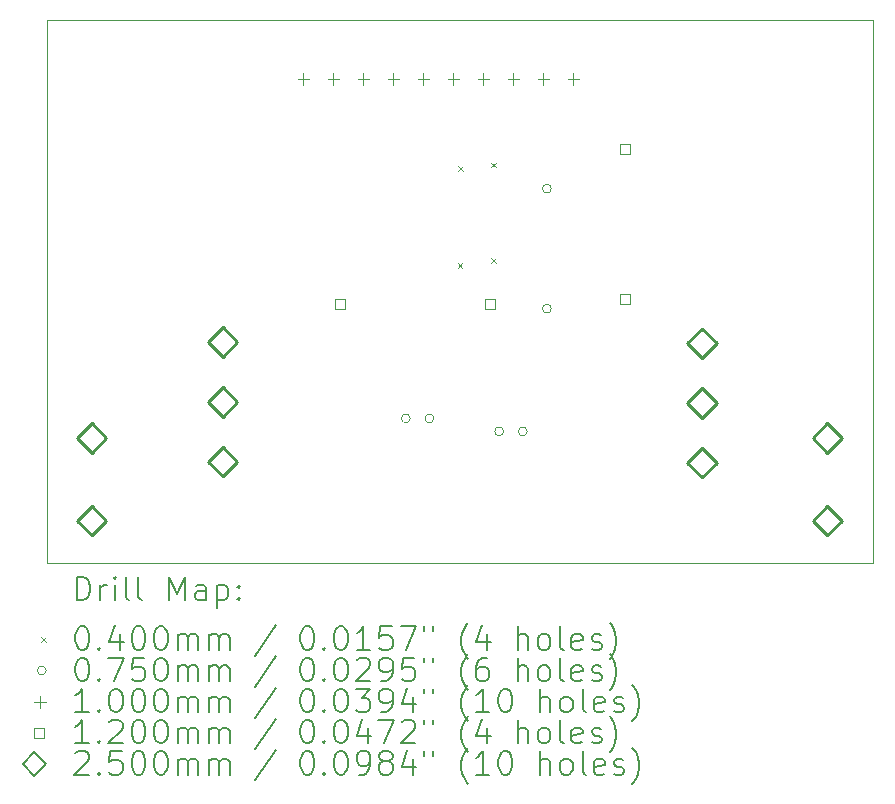
<source format=gbr>
%FSLAX45Y45*%
G04 Gerber Fmt 4.5, Leading zero omitted, Abs format (unit mm)*
G04 Created by KiCad (PCBNEW (6.0.5)) date 2022-05-10 18:56:44*
%MOMM*%
%LPD*%
G01*
G04 APERTURE LIST*
%TA.AperFunction,Profile*%
%ADD10C,0.100000*%
%TD*%
%ADD11C,0.200000*%
%ADD12C,0.040000*%
%ADD13C,0.075000*%
%ADD14C,0.100000*%
%ADD15C,0.120000*%
%ADD16C,0.250000*%
G04 APERTURE END LIST*
D10*
X11720000Y-7730000D02*
X18720000Y-7730000D01*
X18720000Y-7730000D02*
X18720000Y-12330000D01*
X18720000Y-12330000D02*
X11720000Y-12330000D01*
X11720000Y-12330000D02*
X11720000Y-7730000D01*
D11*
D12*
X15200000Y-9790000D02*
X15240000Y-9830000D01*
X15240000Y-9790000D02*
X15200000Y-9830000D01*
X15205000Y-8970000D02*
X15245000Y-9010000D01*
X15245000Y-8970000D02*
X15205000Y-9010000D01*
X15480000Y-9750000D02*
X15520000Y-9790000D01*
X15520000Y-9750000D02*
X15480000Y-9790000D01*
X15485000Y-8940000D02*
X15525000Y-8980000D01*
X15525000Y-8940000D02*
X15485000Y-8980000D01*
D13*
X14797500Y-11105000D02*
G75*
G03*
X14797500Y-11105000I-37500J0D01*
G01*
X14997500Y-11105000D02*
G75*
G03*
X14997500Y-11105000I-37500J0D01*
G01*
X15587500Y-11215000D02*
G75*
G03*
X15587500Y-11215000I-37500J0D01*
G01*
X15787500Y-11215000D02*
G75*
G03*
X15787500Y-11215000I-37500J0D01*
G01*
X15992500Y-9159500D02*
G75*
G03*
X15992500Y-9159500I-37500J0D01*
G01*
X15992500Y-10175500D02*
G75*
G03*
X15992500Y-10175500I-37500J0D01*
G01*
D14*
X13894000Y-8180000D02*
X13894000Y-8280000D01*
X13844000Y-8230000D02*
X13944000Y-8230000D01*
X14148000Y-8180000D02*
X14148000Y-8280000D01*
X14098000Y-8230000D02*
X14198000Y-8230000D01*
X14402000Y-8180000D02*
X14402000Y-8280000D01*
X14352000Y-8230000D02*
X14452000Y-8230000D01*
X14656000Y-8180000D02*
X14656000Y-8280000D01*
X14606000Y-8230000D02*
X14706000Y-8230000D01*
X14910000Y-8180000D02*
X14910000Y-8280000D01*
X14860000Y-8230000D02*
X14960000Y-8230000D01*
X15164000Y-8180000D02*
X15164000Y-8280000D01*
X15114000Y-8230000D02*
X15214000Y-8230000D01*
X15418000Y-8180000D02*
X15418000Y-8280000D01*
X15368000Y-8230000D02*
X15468000Y-8230000D01*
X15672000Y-8180000D02*
X15672000Y-8280000D01*
X15622000Y-8230000D02*
X15722000Y-8230000D01*
X15926000Y-8180000D02*
X15926000Y-8280000D01*
X15876000Y-8230000D02*
X15976000Y-8230000D01*
X16180000Y-8180000D02*
X16180000Y-8280000D01*
X16130000Y-8230000D02*
X16230000Y-8230000D01*
D15*
X14242427Y-10182427D02*
X14242427Y-10097573D01*
X14157573Y-10097573D01*
X14157573Y-10182427D01*
X14242427Y-10182427D01*
X15512427Y-10182427D02*
X15512427Y-10097573D01*
X15427573Y-10097573D01*
X15427573Y-10182427D01*
X15512427Y-10182427D01*
X16662427Y-8867427D02*
X16662427Y-8782573D01*
X16577573Y-8782573D01*
X16577573Y-8867427D01*
X16662427Y-8867427D01*
X16662427Y-10137427D02*
X16662427Y-10052573D01*
X16577573Y-10052573D01*
X16577573Y-10137427D01*
X16662427Y-10137427D01*
D16*
X12100000Y-11395000D02*
X12225000Y-11270000D01*
X12100000Y-11145000D01*
X11975000Y-11270000D01*
X12100000Y-11395000D01*
X12100000Y-12095000D02*
X12225000Y-11970000D01*
X12100000Y-11845000D01*
X11975000Y-11970000D01*
X12100000Y-12095000D01*
X13210000Y-10585000D02*
X13335000Y-10460000D01*
X13210000Y-10335000D01*
X13085000Y-10460000D01*
X13210000Y-10585000D01*
X13210000Y-11091200D02*
X13335000Y-10966200D01*
X13210000Y-10841200D01*
X13085000Y-10966200D01*
X13210000Y-11091200D01*
X13210000Y-11595000D02*
X13335000Y-11470000D01*
X13210000Y-11345000D01*
X13085000Y-11470000D01*
X13210000Y-11595000D01*
X17270000Y-10595000D02*
X17395000Y-10470000D01*
X17270000Y-10345000D01*
X17145000Y-10470000D01*
X17270000Y-10595000D01*
X17270000Y-11101200D02*
X17395000Y-10976200D01*
X17270000Y-10851200D01*
X17145000Y-10976200D01*
X17270000Y-11101200D01*
X17270000Y-11605000D02*
X17395000Y-11480000D01*
X17270000Y-11355000D01*
X17145000Y-11480000D01*
X17270000Y-11605000D01*
X18330000Y-11395000D02*
X18455000Y-11270000D01*
X18330000Y-11145000D01*
X18205000Y-11270000D01*
X18330000Y-11395000D01*
X18330000Y-12095000D02*
X18455000Y-11970000D01*
X18330000Y-11845000D01*
X18205000Y-11970000D01*
X18330000Y-12095000D01*
D11*
X11972619Y-12645476D02*
X11972619Y-12445476D01*
X12020238Y-12445476D01*
X12048809Y-12455000D01*
X12067857Y-12474048D01*
X12077381Y-12493095D01*
X12086905Y-12531190D01*
X12086905Y-12559762D01*
X12077381Y-12597857D01*
X12067857Y-12616905D01*
X12048809Y-12635952D01*
X12020238Y-12645476D01*
X11972619Y-12645476D01*
X12172619Y-12645476D02*
X12172619Y-12512143D01*
X12172619Y-12550238D02*
X12182143Y-12531190D01*
X12191667Y-12521667D01*
X12210714Y-12512143D01*
X12229762Y-12512143D01*
X12296428Y-12645476D02*
X12296428Y-12512143D01*
X12296428Y-12445476D02*
X12286905Y-12455000D01*
X12296428Y-12464524D01*
X12305952Y-12455000D01*
X12296428Y-12445476D01*
X12296428Y-12464524D01*
X12420238Y-12645476D02*
X12401190Y-12635952D01*
X12391667Y-12616905D01*
X12391667Y-12445476D01*
X12525000Y-12645476D02*
X12505952Y-12635952D01*
X12496428Y-12616905D01*
X12496428Y-12445476D01*
X12753571Y-12645476D02*
X12753571Y-12445476D01*
X12820238Y-12588333D01*
X12886905Y-12445476D01*
X12886905Y-12645476D01*
X13067857Y-12645476D02*
X13067857Y-12540714D01*
X13058333Y-12521667D01*
X13039286Y-12512143D01*
X13001190Y-12512143D01*
X12982143Y-12521667D01*
X13067857Y-12635952D02*
X13048809Y-12645476D01*
X13001190Y-12645476D01*
X12982143Y-12635952D01*
X12972619Y-12616905D01*
X12972619Y-12597857D01*
X12982143Y-12578809D01*
X13001190Y-12569286D01*
X13048809Y-12569286D01*
X13067857Y-12559762D01*
X13163095Y-12512143D02*
X13163095Y-12712143D01*
X13163095Y-12521667D02*
X13182143Y-12512143D01*
X13220238Y-12512143D01*
X13239286Y-12521667D01*
X13248809Y-12531190D01*
X13258333Y-12550238D01*
X13258333Y-12607381D01*
X13248809Y-12626428D01*
X13239286Y-12635952D01*
X13220238Y-12645476D01*
X13182143Y-12645476D01*
X13163095Y-12635952D01*
X13344048Y-12626428D02*
X13353571Y-12635952D01*
X13344048Y-12645476D01*
X13334524Y-12635952D01*
X13344048Y-12626428D01*
X13344048Y-12645476D01*
X13344048Y-12521667D02*
X13353571Y-12531190D01*
X13344048Y-12540714D01*
X13334524Y-12531190D01*
X13344048Y-12521667D01*
X13344048Y-12540714D01*
D12*
X11675000Y-12955000D02*
X11715000Y-12995000D01*
X11715000Y-12955000D02*
X11675000Y-12995000D01*
D11*
X12010714Y-12865476D02*
X12029762Y-12865476D01*
X12048809Y-12875000D01*
X12058333Y-12884524D01*
X12067857Y-12903571D01*
X12077381Y-12941667D01*
X12077381Y-12989286D01*
X12067857Y-13027381D01*
X12058333Y-13046428D01*
X12048809Y-13055952D01*
X12029762Y-13065476D01*
X12010714Y-13065476D01*
X11991667Y-13055952D01*
X11982143Y-13046428D01*
X11972619Y-13027381D01*
X11963095Y-12989286D01*
X11963095Y-12941667D01*
X11972619Y-12903571D01*
X11982143Y-12884524D01*
X11991667Y-12875000D01*
X12010714Y-12865476D01*
X12163095Y-13046428D02*
X12172619Y-13055952D01*
X12163095Y-13065476D01*
X12153571Y-13055952D01*
X12163095Y-13046428D01*
X12163095Y-13065476D01*
X12344048Y-12932143D02*
X12344048Y-13065476D01*
X12296428Y-12855952D02*
X12248809Y-12998809D01*
X12372619Y-12998809D01*
X12486905Y-12865476D02*
X12505952Y-12865476D01*
X12525000Y-12875000D01*
X12534524Y-12884524D01*
X12544048Y-12903571D01*
X12553571Y-12941667D01*
X12553571Y-12989286D01*
X12544048Y-13027381D01*
X12534524Y-13046428D01*
X12525000Y-13055952D01*
X12505952Y-13065476D01*
X12486905Y-13065476D01*
X12467857Y-13055952D01*
X12458333Y-13046428D01*
X12448809Y-13027381D01*
X12439286Y-12989286D01*
X12439286Y-12941667D01*
X12448809Y-12903571D01*
X12458333Y-12884524D01*
X12467857Y-12875000D01*
X12486905Y-12865476D01*
X12677381Y-12865476D02*
X12696428Y-12865476D01*
X12715476Y-12875000D01*
X12725000Y-12884524D01*
X12734524Y-12903571D01*
X12744048Y-12941667D01*
X12744048Y-12989286D01*
X12734524Y-13027381D01*
X12725000Y-13046428D01*
X12715476Y-13055952D01*
X12696428Y-13065476D01*
X12677381Y-13065476D01*
X12658333Y-13055952D01*
X12648809Y-13046428D01*
X12639286Y-13027381D01*
X12629762Y-12989286D01*
X12629762Y-12941667D01*
X12639286Y-12903571D01*
X12648809Y-12884524D01*
X12658333Y-12875000D01*
X12677381Y-12865476D01*
X12829762Y-13065476D02*
X12829762Y-12932143D01*
X12829762Y-12951190D02*
X12839286Y-12941667D01*
X12858333Y-12932143D01*
X12886905Y-12932143D01*
X12905952Y-12941667D01*
X12915476Y-12960714D01*
X12915476Y-13065476D01*
X12915476Y-12960714D02*
X12925000Y-12941667D01*
X12944048Y-12932143D01*
X12972619Y-12932143D01*
X12991667Y-12941667D01*
X13001190Y-12960714D01*
X13001190Y-13065476D01*
X13096428Y-13065476D02*
X13096428Y-12932143D01*
X13096428Y-12951190D02*
X13105952Y-12941667D01*
X13125000Y-12932143D01*
X13153571Y-12932143D01*
X13172619Y-12941667D01*
X13182143Y-12960714D01*
X13182143Y-13065476D01*
X13182143Y-12960714D02*
X13191667Y-12941667D01*
X13210714Y-12932143D01*
X13239286Y-12932143D01*
X13258333Y-12941667D01*
X13267857Y-12960714D01*
X13267857Y-13065476D01*
X13658333Y-12855952D02*
X13486905Y-13113095D01*
X13915476Y-12865476D02*
X13934524Y-12865476D01*
X13953571Y-12875000D01*
X13963095Y-12884524D01*
X13972619Y-12903571D01*
X13982143Y-12941667D01*
X13982143Y-12989286D01*
X13972619Y-13027381D01*
X13963095Y-13046428D01*
X13953571Y-13055952D01*
X13934524Y-13065476D01*
X13915476Y-13065476D01*
X13896428Y-13055952D01*
X13886905Y-13046428D01*
X13877381Y-13027381D01*
X13867857Y-12989286D01*
X13867857Y-12941667D01*
X13877381Y-12903571D01*
X13886905Y-12884524D01*
X13896428Y-12875000D01*
X13915476Y-12865476D01*
X14067857Y-13046428D02*
X14077381Y-13055952D01*
X14067857Y-13065476D01*
X14058333Y-13055952D01*
X14067857Y-13046428D01*
X14067857Y-13065476D01*
X14201190Y-12865476D02*
X14220238Y-12865476D01*
X14239286Y-12875000D01*
X14248809Y-12884524D01*
X14258333Y-12903571D01*
X14267857Y-12941667D01*
X14267857Y-12989286D01*
X14258333Y-13027381D01*
X14248809Y-13046428D01*
X14239286Y-13055952D01*
X14220238Y-13065476D01*
X14201190Y-13065476D01*
X14182143Y-13055952D01*
X14172619Y-13046428D01*
X14163095Y-13027381D01*
X14153571Y-12989286D01*
X14153571Y-12941667D01*
X14163095Y-12903571D01*
X14172619Y-12884524D01*
X14182143Y-12875000D01*
X14201190Y-12865476D01*
X14458333Y-13065476D02*
X14344048Y-13065476D01*
X14401190Y-13065476D02*
X14401190Y-12865476D01*
X14382143Y-12894048D01*
X14363095Y-12913095D01*
X14344048Y-12922619D01*
X14639286Y-12865476D02*
X14544048Y-12865476D01*
X14534524Y-12960714D01*
X14544048Y-12951190D01*
X14563095Y-12941667D01*
X14610714Y-12941667D01*
X14629762Y-12951190D01*
X14639286Y-12960714D01*
X14648809Y-12979762D01*
X14648809Y-13027381D01*
X14639286Y-13046428D01*
X14629762Y-13055952D01*
X14610714Y-13065476D01*
X14563095Y-13065476D01*
X14544048Y-13055952D01*
X14534524Y-13046428D01*
X14715476Y-12865476D02*
X14848809Y-12865476D01*
X14763095Y-13065476D01*
X14915476Y-12865476D02*
X14915476Y-12903571D01*
X14991667Y-12865476D02*
X14991667Y-12903571D01*
X15286905Y-13141667D02*
X15277381Y-13132143D01*
X15258333Y-13103571D01*
X15248809Y-13084524D01*
X15239286Y-13055952D01*
X15229762Y-13008333D01*
X15229762Y-12970238D01*
X15239286Y-12922619D01*
X15248809Y-12894048D01*
X15258333Y-12875000D01*
X15277381Y-12846428D01*
X15286905Y-12836905D01*
X15448809Y-12932143D02*
X15448809Y-13065476D01*
X15401190Y-12855952D02*
X15353571Y-12998809D01*
X15477381Y-12998809D01*
X15705952Y-13065476D02*
X15705952Y-12865476D01*
X15791667Y-13065476D02*
X15791667Y-12960714D01*
X15782143Y-12941667D01*
X15763095Y-12932143D01*
X15734524Y-12932143D01*
X15715476Y-12941667D01*
X15705952Y-12951190D01*
X15915476Y-13065476D02*
X15896428Y-13055952D01*
X15886905Y-13046428D01*
X15877381Y-13027381D01*
X15877381Y-12970238D01*
X15886905Y-12951190D01*
X15896428Y-12941667D01*
X15915476Y-12932143D01*
X15944048Y-12932143D01*
X15963095Y-12941667D01*
X15972619Y-12951190D01*
X15982143Y-12970238D01*
X15982143Y-13027381D01*
X15972619Y-13046428D01*
X15963095Y-13055952D01*
X15944048Y-13065476D01*
X15915476Y-13065476D01*
X16096428Y-13065476D02*
X16077381Y-13055952D01*
X16067857Y-13036905D01*
X16067857Y-12865476D01*
X16248809Y-13055952D02*
X16229762Y-13065476D01*
X16191667Y-13065476D01*
X16172619Y-13055952D01*
X16163095Y-13036905D01*
X16163095Y-12960714D01*
X16172619Y-12941667D01*
X16191667Y-12932143D01*
X16229762Y-12932143D01*
X16248809Y-12941667D01*
X16258333Y-12960714D01*
X16258333Y-12979762D01*
X16163095Y-12998809D01*
X16334524Y-13055952D02*
X16353571Y-13065476D01*
X16391667Y-13065476D01*
X16410714Y-13055952D01*
X16420238Y-13036905D01*
X16420238Y-13027381D01*
X16410714Y-13008333D01*
X16391667Y-12998809D01*
X16363095Y-12998809D01*
X16344048Y-12989286D01*
X16334524Y-12970238D01*
X16334524Y-12960714D01*
X16344048Y-12941667D01*
X16363095Y-12932143D01*
X16391667Y-12932143D01*
X16410714Y-12941667D01*
X16486905Y-13141667D02*
X16496428Y-13132143D01*
X16515476Y-13103571D01*
X16525000Y-13084524D01*
X16534524Y-13055952D01*
X16544048Y-13008333D01*
X16544048Y-12970238D01*
X16534524Y-12922619D01*
X16525000Y-12894048D01*
X16515476Y-12875000D01*
X16496428Y-12846428D01*
X16486905Y-12836905D01*
D13*
X11715000Y-13239000D02*
G75*
G03*
X11715000Y-13239000I-37500J0D01*
G01*
D11*
X12010714Y-13129476D02*
X12029762Y-13129476D01*
X12048809Y-13139000D01*
X12058333Y-13148524D01*
X12067857Y-13167571D01*
X12077381Y-13205667D01*
X12077381Y-13253286D01*
X12067857Y-13291381D01*
X12058333Y-13310428D01*
X12048809Y-13319952D01*
X12029762Y-13329476D01*
X12010714Y-13329476D01*
X11991667Y-13319952D01*
X11982143Y-13310428D01*
X11972619Y-13291381D01*
X11963095Y-13253286D01*
X11963095Y-13205667D01*
X11972619Y-13167571D01*
X11982143Y-13148524D01*
X11991667Y-13139000D01*
X12010714Y-13129476D01*
X12163095Y-13310428D02*
X12172619Y-13319952D01*
X12163095Y-13329476D01*
X12153571Y-13319952D01*
X12163095Y-13310428D01*
X12163095Y-13329476D01*
X12239286Y-13129476D02*
X12372619Y-13129476D01*
X12286905Y-13329476D01*
X12544048Y-13129476D02*
X12448809Y-13129476D01*
X12439286Y-13224714D01*
X12448809Y-13215190D01*
X12467857Y-13205667D01*
X12515476Y-13205667D01*
X12534524Y-13215190D01*
X12544048Y-13224714D01*
X12553571Y-13243762D01*
X12553571Y-13291381D01*
X12544048Y-13310428D01*
X12534524Y-13319952D01*
X12515476Y-13329476D01*
X12467857Y-13329476D01*
X12448809Y-13319952D01*
X12439286Y-13310428D01*
X12677381Y-13129476D02*
X12696428Y-13129476D01*
X12715476Y-13139000D01*
X12725000Y-13148524D01*
X12734524Y-13167571D01*
X12744048Y-13205667D01*
X12744048Y-13253286D01*
X12734524Y-13291381D01*
X12725000Y-13310428D01*
X12715476Y-13319952D01*
X12696428Y-13329476D01*
X12677381Y-13329476D01*
X12658333Y-13319952D01*
X12648809Y-13310428D01*
X12639286Y-13291381D01*
X12629762Y-13253286D01*
X12629762Y-13205667D01*
X12639286Y-13167571D01*
X12648809Y-13148524D01*
X12658333Y-13139000D01*
X12677381Y-13129476D01*
X12829762Y-13329476D02*
X12829762Y-13196143D01*
X12829762Y-13215190D02*
X12839286Y-13205667D01*
X12858333Y-13196143D01*
X12886905Y-13196143D01*
X12905952Y-13205667D01*
X12915476Y-13224714D01*
X12915476Y-13329476D01*
X12915476Y-13224714D02*
X12925000Y-13205667D01*
X12944048Y-13196143D01*
X12972619Y-13196143D01*
X12991667Y-13205667D01*
X13001190Y-13224714D01*
X13001190Y-13329476D01*
X13096428Y-13329476D02*
X13096428Y-13196143D01*
X13096428Y-13215190D02*
X13105952Y-13205667D01*
X13125000Y-13196143D01*
X13153571Y-13196143D01*
X13172619Y-13205667D01*
X13182143Y-13224714D01*
X13182143Y-13329476D01*
X13182143Y-13224714D02*
X13191667Y-13205667D01*
X13210714Y-13196143D01*
X13239286Y-13196143D01*
X13258333Y-13205667D01*
X13267857Y-13224714D01*
X13267857Y-13329476D01*
X13658333Y-13119952D02*
X13486905Y-13377095D01*
X13915476Y-13129476D02*
X13934524Y-13129476D01*
X13953571Y-13139000D01*
X13963095Y-13148524D01*
X13972619Y-13167571D01*
X13982143Y-13205667D01*
X13982143Y-13253286D01*
X13972619Y-13291381D01*
X13963095Y-13310428D01*
X13953571Y-13319952D01*
X13934524Y-13329476D01*
X13915476Y-13329476D01*
X13896428Y-13319952D01*
X13886905Y-13310428D01*
X13877381Y-13291381D01*
X13867857Y-13253286D01*
X13867857Y-13205667D01*
X13877381Y-13167571D01*
X13886905Y-13148524D01*
X13896428Y-13139000D01*
X13915476Y-13129476D01*
X14067857Y-13310428D02*
X14077381Y-13319952D01*
X14067857Y-13329476D01*
X14058333Y-13319952D01*
X14067857Y-13310428D01*
X14067857Y-13329476D01*
X14201190Y-13129476D02*
X14220238Y-13129476D01*
X14239286Y-13139000D01*
X14248809Y-13148524D01*
X14258333Y-13167571D01*
X14267857Y-13205667D01*
X14267857Y-13253286D01*
X14258333Y-13291381D01*
X14248809Y-13310428D01*
X14239286Y-13319952D01*
X14220238Y-13329476D01*
X14201190Y-13329476D01*
X14182143Y-13319952D01*
X14172619Y-13310428D01*
X14163095Y-13291381D01*
X14153571Y-13253286D01*
X14153571Y-13205667D01*
X14163095Y-13167571D01*
X14172619Y-13148524D01*
X14182143Y-13139000D01*
X14201190Y-13129476D01*
X14344048Y-13148524D02*
X14353571Y-13139000D01*
X14372619Y-13129476D01*
X14420238Y-13129476D01*
X14439286Y-13139000D01*
X14448809Y-13148524D01*
X14458333Y-13167571D01*
X14458333Y-13186619D01*
X14448809Y-13215190D01*
X14334524Y-13329476D01*
X14458333Y-13329476D01*
X14553571Y-13329476D02*
X14591667Y-13329476D01*
X14610714Y-13319952D01*
X14620238Y-13310428D01*
X14639286Y-13281857D01*
X14648809Y-13243762D01*
X14648809Y-13167571D01*
X14639286Y-13148524D01*
X14629762Y-13139000D01*
X14610714Y-13129476D01*
X14572619Y-13129476D01*
X14553571Y-13139000D01*
X14544048Y-13148524D01*
X14534524Y-13167571D01*
X14534524Y-13215190D01*
X14544048Y-13234238D01*
X14553571Y-13243762D01*
X14572619Y-13253286D01*
X14610714Y-13253286D01*
X14629762Y-13243762D01*
X14639286Y-13234238D01*
X14648809Y-13215190D01*
X14829762Y-13129476D02*
X14734524Y-13129476D01*
X14725000Y-13224714D01*
X14734524Y-13215190D01*
X14753571Y-13205667D01*
X14801190Y-13205667D01*
X14820238Y-13215190D01*
X14829762Y-13224714D01*
X14839286Y-13243762D01*
X14839286Y-13291381D01*
X14829762Y-13310428D01*
X14820238Y-13319952D01*
X14801190Y-13329476D01*
X14753571Y-13329476D01*
X14734524Y-13319952D01*
X14725000Y-13310428D01*
X14915476Y-13129476D02*
X14915476Y-13167571D01*
X14991667Y-13129476D02*
X14991667Y-13167571D01*
X15286905Y-13405667D02*
X15277381Y-13396143D01*
X15258333Y-13367571D01*
X15248809Y-13348524D01*
X15239286Y-13319952D01*
X15229762Y-13272333D01*
X15229762Y-13234238D01*
X15239286Y-13186619D01*
X15248809Y-13158048D01*
X15258333Y-13139000D01*
X15277381Y-13110428D01*
X15286905Y-13100905D01*
X15448809Y-13129476D02*
X15410714Y-13129476D01*
X15391667Y-13139000D01*
X15382143Y-13148524D01*
X15363095Y-13177095D01*
X15353571Y-13215190D01*
X15353571Y-13291381D01*
X15363095Y-13310428D01*
X15372619Y-13319952D01*
X15391667Y-13329476D01*
X15429762Y-13329476D01*
X15448809Y-13319952D01*
X15458333Y-13310428D01*
X15467857Y-13291381D01*
X15467857Y-13243762D01*
X15458333Y-13224714D01*
X15448809Y-13215190D01*
X15429762Y-13205667D01*
X15391667Y-13205667D01*
X15372619Y-13215190D01*
X15363095Y-13224714D01*
X15353571Y-13243762D01*
X15705952Y-13329476D02*
X15705952Y-13129476D01*
X15791667Y-13329476D02*
X15791667Y-13224714D01*
X15782143Y-13205667D01*
X15763095Y-13196143D01*
X15734524Y-13196143D01*
X15715476Y-13205667D01*
X15705952Y-13215190D01*
X15915476Y-13329476D02*
X15896428Y-13319952D01*
X15886905Y-13310428D01*
X15877381Y-13291381D01*
X15877381Y-13234238D01*
X15886905Y-13215190D01*
X15896428Y-13205667D01*
X15915476Y-13196143D01*
X15944048Y-13196143D01*
X15963095Y-13205667D01*
X15972619Y-13215190D01*
X15982143Y-13234238D01*
X15982143Y-13291381D01*
X15972619Y-13310428D01*
X15963095Y-13319952D01*
X15944048Y-13329476D01*
X15915476Y-13329476D01*
X16096428Y-13329476D02*
X16077381Y-13319952D01*
X16067857Y-13300905D01*
X16067857Y-13129476D01*
X16248809Y-13319952D02*
X16229762Y-13329476D01*
X16191667Y-13329476D01*
X16172619Y-13319952D01*
X16163095Y-13300905D01*
X16163095Y-13224714D01*
X16172619Y-13205667D01*
X16191667Y-13196143D01*
X16229762Y-13196143D01*
X16248809Y-13205667D01*
X16258333Y-13224714D01*
X16258333Y-13243762D01*
X16163095Y-13262809D01*
X16334524Y-13319952D02*
X16353571Y-13329476D01*
X16391667Y-13329476D01*
X16410714Y-13319952D01*
X16420238Y-13300905D01*
X16420238Y-13291381D01*
X16410714Y-13272333D01*
X16391667Y-13262809D01*
X16363095Y-13262809D01*
X16344048Y-13253286D01*
X16334524Y-13234238D01*
X16334524Y-13224714D01*
X16344048Y-13205667D01*
X16363095Y-13196143D01*
X16391667Y-13196143D01*
X16410714Y-13205667D01*
X16486905Y-13405667D02*
X16496428Y-13396143D01*
X16515476Y-13367571D01*
X16525000Y-13348524D01*
X16534524Y-13319952D01*
X16544048Y-13272333D01*
X16544048Y-13234238D01*
X16534524Y-13186619D01*
X16525000Y-13158048D01*
X16515476Y-13139000D01*
X16496428Y-13110428D01*
X16486905Y-13100905D01*
D14*
X11665000Y-13453000D02*
X11665000Y-13553000D01*
X11615000Y-13503000D02*
X11715000Y-13503000D01*
D11*
X12077381Y-13593476D02*
X11963095Y-13593476D01*
X12020238Y-13593476D02*
X12020238Y-13393476D01*
X12001190Y-13422048D01*
X11982143Y-13441095D01*
X11963095Y-13450619D01*
X12163095Y-13574428D02*
X12172619Y-13583952D01*
X12163095Y-13593476D01*
X12153571Y-13583952D01*
X12163095Y-13574428D01*
X12163095Y-13593476D01*
X12296428Y-13393476D02*
X12315476Y-13393476D01*
X12334524Y-13403000D01*
X12344048Y-13412524D01*
X12353571Y-13431571D01*
X12363095Y-13469667D01*
X12363095Y-13517286D01*
X12353571Y-13555381D01*
X12344048Y-13574428D01*
X12334524Y-13583952D01*
X12315476Y-13593476D01*
X12296428Y-13593476D01*
X12277381Y-13583952D01*
X12267857Y-13574428D01*
X12258333Y-13555381D01*
X12248809Y-13517286D01*
X12248809Y-13469667D01*
X12258333Y-13431571D01*
X12267857Y-13412524D01*
X12277381Y-13403000D01*
X12296428Y-13393476D01*
X12486905Y-13393476D02*
X12505952Y-13393476D01*
X12525000Y-13403000D01*
X12534524Y-13412524D01*
X12544048Y-13431571D01*
X12553571Y-13469667D01*
X12553571Y-13517286D01*
X12544048Y-13555381D01*
X12534524Y-13574428D01*
X12525000Y-13583952D01*
X12505952Y-13593476D01*
X12486905Y-13593476D01*
X12467857Y-13583952D01*
X12458333Y-13574428D01*
X12448809Y-13555381D01*
X12439286Y-13517286D01*
X12439286Y-13469667D01*
X12448809Y-13431571D01*
X12458333Y-13412524D01*
X12467857Y-13403000D01*
X12486905Y-13393476D01*
X12677381Y-13393476D02*
X12696428Y-13393476D01*
X12715476Y-13403000D01*
X12725000Y-13412524D01*
X12734524Y-13431571D01*
X12744048Y-13469667D01*
X12744048Y-13517286D01*
X12734524Y-13555381D01*
X12725000Y-13574428D01*
X12715476Y-13583952D01*
X12696428Y-13593476D01*
X12677381Y-13593476D01*
X12658333Y-13583952D01*
X12648809Y-13574428D01*
X12639286Y-13555381D01*
X12629762Y-13517286D01*
X12629762Y-13469667D01*
X12639286Y-13431571D01*
X12648809Y-13412524D01*
X12658333Y-13403000D01*
X12677381Y-13393476D01*
X12829762Y-13593476D02*
X12829762Y-13460143D01*
X12829762Y-13479190D02*
X12839286Y-13469667D01*
X12858333Y-13460143D01*
X12886905Y-13460143D01*
X12905952Y-13469667D01*
X12915476Y-13488714D01*
X12915476Y-13593476D01*
X12915476Y-13488714D02*
X12925000Y-13469667D01*
X12944048Y-13460143D01*
X12972619Y-13460143D01*
X12991667Y-13469667D01*
X13001190Y-13488714D01*
X13001190Y-13593476D01*
X13096428Y-13593476D02*
X13096428Y-13460143D01*
X13096428Y-13479190D02*
X13105952Y-13469667D01*
X13125000Y-13460143D01*
X13153571Y-13460143D01*
X13172619Y-13469667D01*
X13182143Y-13488714D01*
X13182143Y-13593476D01*
X13182143Y-13488714D02*
X13191667Y-13469667D01*
X13210714Y-13460143D01*
X13239286Y-13460143D01*
X13258333Y-13469667D01*
X13267857Y-13488714D01*
X13267857Y-13593476D01*
X13658333Y-13383952D02*
X13486905Y-13641095D01*
X13915476Y-13393476D02*
X13934524Y-13393476D01*
X13953571Y-13403000D01*
X13963095Y-13412524D01*
X13972619Y-13431571D01*
X13982143Y-13469667D01*
X13982143Y-13517286D01*
X13972619Y-13555381D01*
X13963095Y-13574428D01*
X13953571Y-13583952D01*
X13934524Y-13593476D01*
X13915476Y-13593476D01*
X13896428Y-13583952D01*
X13886905Y-13574428D01*
X13877381Y-13555381D01*
X13867857Y-13517286D01*
X13867857Y-13469667D01*
X13877381Y-13431571D01*
X13886905Y-13412524D01*
X13896428Y-13403000D01*
X13915476Y-13393476D01*
X14067857Y-13574428D02*
X14077381Y-13583952D01*
X14067857Y-13593476D01*
X14058333Y-13583952D01*
X14067857Y-13574428D01*
X14067857Y-13593476D01*
X14201190Y-13393476D02*
X14220238Y-13393476D01*
X14239286Y-13403000D01*
X14248809Y-13412524D01*
X14258333Y-13431571D01*
X14267857Y-13469667D01*
X14267857Y-13517286D01*
X14258333Y-13555381D01*
X14248809Y-13574428D01*
X14239286Y-13583952D01*
X14220238Y-13593476D01*
X14201190Y-13593476D01*
X14182143Y-13583952D01*
X14172619Y-13574428D01*
X14163095Y-13555381D01*
X14153571Y-13517286D01*
X14153571Y-13469667D01*
X14163095Y-13431571D01*
X14172619Y-13412524D01*
X14182143Y-13403000D01*
X14201190Y-13393476D01*
X14334524Y-13393476D02*
X14458333Y-13393476D01*
X14391667Y-13469667D01*
X14420238Y-13469667D01*
X14439286Y-13479190D01*
X14448809Y-13488714D01*
X14458333Y-13507762D01*
X14458333Y-13555381D01*
X14448809Y-13574428D01*
X14439286Y-13583952D01*
X14420238Y-13593476D01*
X14363095Y-13593476D01*
X14344048Y-13583952D01*
X14334524Y-13574428D01*
X14553571Y-13593476D02*
X14591667Y-13593476D01*
X14610714Y-13583952D01*
X14620238Y-13574428D01*
X14639286Y-13545857D01*
X14648809Y-13507762D01*
X14648809Y-13431571D01*
X14639286Y-13412524D01*
X14629762Y-13403000D01*
X14610714Y-13393476D01*
X14572619Y-13393476D01*
X14553571Y-13403000D01*
X14544048Y-13412524D01*
X14534524Y-13431571D01*
X14534524Y-13479190D01*
X14544048Y-13498238D01*
X14553571Y-13507762D01*
X14572619Y-13517286D01*
X14610714Y-13517286D01*
X14629762Y-13507762D01*
X14639286Y-13498238D01*
X14648809Y-13479190D01*
X14820238Y-13460143D02*
X14820238Y-13593476D01*
X14772619Y-13383952D02*
X14725000Y-13526809D01*
X14848809Y-13526809D01*
X14915476Y-13393476D02*
X14915476Y-13431571D01*
X14991667Y-13393476D02*
X14991667Y-13431571D01*
X15286905Y-13669667D02*
X15277381Y-13660143D01*
X15258333Y-13631571D01*
X15248809Y-13612524D01*
X15239286Y-13583952D01*
X15229762Y-13536333D01*
X15229762Y-13498238D01*
X15239286Y-13450619D01*
X15248809Y-13422048D01*
X15258333Y-13403000D01*
X15277381Y-13374428D01*
X15286905Y-13364905D01*
X15467857Y-13593476D02*
X15353571Y-13593476D01*
X15410714Y-13593476D02*
X15410714Y-13393476D01*
X15391667Y-13422048D01*
X15372619Y-13441095D01*
X15353571Y-13450619D01*
X15591667Y-13393476D02*
X15610714Y-13393476D01*
X15629762Y-13403000D01*
X15639286Y-13412524D01*
X15648809Y-13431571D01*
X15658333Y-13469667D01*
X15658333Y-13517286D01*
X15648809Y-13555381D01*
X15639286Y-13574428D01*
X15629762Y-13583952D01*
X15610714Y-13593476D01*
X15591667Y-13593476D01*
X15572619Y-13583952D01*
X15563095Y-13574428D01*
X15553571Y-13555381D01*
X15544048Y-13517286D01*
X15544048Y-13469667D01*
X15553571Y-13431571D01*
X15563095Y-13412524D01*
X15572619Y-13403000D01*
X15591667Y-13393476D01*
X15896428Y-13593476D02*
X15896428Y-13393476D01*
X15982143Y-13593476D02*
X15982143Y-13488714D01*
X15972619Y-13469667D01*
X15953571Y-13460143D01*
X15925000Y-13460143D01*
X15905952Y-13469667D01*
X15896428Y-13479190D01*
X16105952Y-13593476D02*
X16086905Y-13583952D01*
X16077381Y-13574428D01*
X16067857Y-13555381D01*
X16067857Y-13498238D01*
X16077381Y-13479190D01*
X16086905Y-13469667D01*
X16105952Y-13460143D01*
X16134524Y-13460143D01*
X16153571Y-13469667D01*
X16163095Y-13479190D01*
X16172619Y-13498238D01*
X16172619Y-13555381D01*
X16163095Y-13574428D01*
X16153571Y-13583952D01*
X16134524Y-13593476D01*
X16105952Y-13593476D01*
X16286905Y-13593476D02*
X16267857Y-13583952D01*
X16258333Y-13564905D01*
X16258333Y-13393476D01*
X16439286Y-13583952D02*
X16420238Y-13593476D01*
X16382143Y-13593476D01*
X16363095Y-13583952D01*
X16353571Y-13564905D01*
X16353571Y-13488714D01*
X16363095Y-13469667D01*
X16382143Y-13460143D01*
X16420238Y-13460143D01*
X16439286Y-13469667D01*
X16448809Y-13488714D01*
X16448809Y-13507762D01*
X16353571Y-13526809D01*
X16525000Y-13583952D02*
X16544048Y-13593476D01*
X16582143Y-13593476D01*
X16601190Y-13583952D01*
X16610714Y-13564905D01*
X16610714Y-13555381D01*
X16601190Y-13536333D01*
X16582143Y-13526809D01*
X16553571Y-13526809D01*
X16534524Y-13517286D01*
X16525000Y-13498238D01*
X16525000Y-13488714D01*
X16534524Y-13469667D01*
X16553571Y-13460143D01*
X16582143Y-13460143D01*
X16601190Y-13469667D01*
X16677381Y-13669667D02*
X16686905Y-13660143D01*
X16705952Y-13631571D01*
X16715476Y-13612524D01*
X16725000Y-13583952D01*
X16734524Y-13536333D01*
X16734524Y-13498238D01*
X16725000Y-13450619D01*
X16715476Y-13422048D01*
X16705952Y-13403000D01*
X16686905Y-13374428D01*
X16677381Y-13364905D01*
D15*
X11697427Y-13809427D02*
X11697427Y-13724573D01*
X11612573Y-13724573D01*
X11612573Y-13809427D01*
X11697427Y-13809427D01*
D11*
X12077381Y-13857476D02*
X11963095Y-13857476D01*
X12020238Y-13857476D02*
X12020238Y-13657476D01*
X12001190Y-13686048D01*
X11982143Y-13705095D01*
X11963095Y-13714619D01*
X12163095Y-13838428D02*
X12172619Y-13847952D01*
X12163095Y-13857476D01*
X12153571Y-13847952D01*
X12163095Y-13838428D01*
X12163095Y-13857476D01*
X12248809Y-13676524D02*
X12258333Y-13667000D01*
X12277381Y-13657476D01*
X12325000Y-13657476D01*
X12344048Y-13667000D01*
X12353571Y-13676524D01*
X12363095Y-13695571D01*
X12363095Y-13714619D01*
X12353571Y-13743190D01*
X12239286Y-13857476D01*
X12363095Y-13857476D01*
X12486905Y-13657476D02*
X12505952Y-13657476D01*
X12525000Y-13667000D01*
X12534524Y-13676524D01*
X12544048Y-13695571D01*
X12553571Y-13733667D01*
X12553571Y-13781286D01*
X12544048Y-13819381D01*
X12534524Y-13838428D01*
X12525000Y-13847952D01*
X12505952Y-13857476D01*
X12486905Y-13857476D01*
X12467857Y-13847952D01*
X12458333Y-13838428D01*
X12448809Y-13819381D01*
X12439286Y-13781286D01*
X12439286Y-13733667D01*
X12448809Y-13695571D01*
X12458333Y-13676524D01*
X12467857Y-13667000D01*
X12486905Y-13657476D01*
X12677381Y-13657476D02*
X12696428Y-13657476D01*
X12715476Y-13667000D01*
X12725000Y-13676524D01*
X12734524Y-13695571D01*
X12744048Y-13733667D01*
X12744048Y-13781286D01*
X12734524Y-13819381D01*
X12725000Y-13838428D01*
X12715476Y-13847952D01*
X12696428Y-13857476D01*
X12677381Y-13857476D01*
X12658333Y-13847952D01*
X12648809Y-13838428D01*
X12639286Y-13819381D01*
X12629762Y-13781286D01*
X12629762Y-13733667D01*
X12639286Y-13695571D01*
X12648809Y-13676524D01*
X12658333Y-13667000D01*
X12677381Y-13657476D01*
X12829762Y-13857476D02*
X12829762Y-13724143D01*
X12829762Y-13743190D02*
X12839286Y-13733667D01*
X12858333Y-13724143D01*
X12886905Y-13724143D01*
X12905952Y-13733667D01*
X12915476Y-13752714D01*
X12915476Y-13857476D01*
X12915476Y-13752714D02*
X12925000Y-13733667D01*
X12944048Y-13724143D01*
X12972619Y-13724143D01*
X12991667Y-13733667D01*
X13001190Y-13752714D01*
X13001190Y-13857476D01*
X13096428Y-13857476D02*
X13096428Y-13724143D01*
X13096428Y-13743190D02*
X13105952Y-13733667D01*
X13125000Y-13724143D01*
X13153571Y-13724143D01*
X13172619Y-13733667D01*
X13182143Y-13752714D01*
X13182143Y-13857476D01*
X13182143Y-13752714D02*
X13191667Y-13733667D01*
X13210714Y-13724143D01*
X13239286Y-13724143D01*
X13258333Y-13733667D01*
X13267857Y-13752714D01*
X13267857Y-13857476D01*
X13658333Y-13647952D02*
X13486905Y-13905095D01*
X13915476Y-13657476D02*
X13934524Y-13657476D01*
X13953571Y-13667000D01*
X13963095Y-13676524D01*
X13972619Y-13695571D01*
X13982143Y-13733667D01*
X13982143Y-13781286D01*
X13972619Y-13819381D01*
X13963095Y-13838428D01*
X13953571Y-13847952D01*
X13934524Y-13857476D01*
X13915476Y-13857476D01*
X13896428Y-13847952D01*
X13886905Y-13838428D01*
X13877381Y-13819381D01*
X13867857Y-13781286D01*
X13867857Y-13733667D01*
X13877381Y-13695571D01*
X13886905Y-13676524D01*
X13896428Y-13667000D01*
X13915476Y-13657476D01*
X14067857Y-13838428D02*
X14077381Y-13847952D01*
X14067857Y-13857476D01*
X14058333Y-13847952D01*
X14067857Y-13838428D01*
X14067857Y-13857476D01*
X14201190Y-13657476D02*
X14220238Y-13657476D01*
X14239286Y-13667000D01*
X14248809Y-13676524D01*
X14258333Y-13695571D01*
X14267857Y-13733667D01*
X14267857Y-13781286D01*
X14258333Y-13819381D01*
X14248809Y-13838428D01*
X14239286Y-13847952D01*
X14220238Y-13857476D01*
X14201190Y-13857476D01*
X14182143Y-13847952D01*
X14172619Y-13838428D01*
X14163095Y-13819381D01*
X14153571Y-13781286D01*
X14153571Y-13733667D01*
X14163095Y-13695571D01*
X14172619Y-13676524D01*
X14182143Y-13667000D01*
X14201190Y-13657476D01*
X14439286Y-13724143D02*
X14439286Y-13857476D01*
X14391667Y-13647952D02*
X14344048Y-13790809D01*
X14467857Y-13790809D01*
X14525000Y-13657476D02*
X14658333Y-13657476D01*
X14572619Y-13857476D01*
X14725000Y-13676524D02*
X14734524Y-13667000D01*
X14753571Y-13657476D01*
X14801190Y-13657476D01*
X14820238Y-13667000D01*
X14829762Y-13676524D01*
X14839286Y-13695571D01*
X14839286Y-13714619D01*
X14829762Y-13743190D01*
X14715476Y-13857476D01*
X14839286Y-13857476D01*
X14915476Y-13657476D02*
X14915476Y-13695571D01*
X14991667Y-13657476D02*
X14991667Y-13695571D01*
X15286905Y-13933667D02*
X15277381Y-13924143D01*
X15258333Y-13895571D01*
X15248809Y-13876524D01*
X15239286Y-13847952D01*
X15229762Y-13800333D01*
X15229762Y-13762238D01*
X15239286Y-13714619D01*
X15248809Y-13686048D01*
X15258333Y-13667000D01*
X15277381Y-13638428D01*
X15286905Y-13628905D01*
X15448809Y-13724143D02*
X15448809Y-13857476D01*
X15401190Y-13647952D02*
X15353571Y-13790809D01*
X15477381Y-13790809D01*
X15705952Y-13857476D02*
X15705952Y-13657476D01*
X15791667Y-13857476D02*
X15791667Y-13752714D01*
X15782143Y-13733667D01*
X15763095Y-13724143D01*
X15734524Y-13724143D01*
X15715476Y-13733667D01*
X15705952Y-13743190D01*
X15915476Y-13857476D02*
X15896428Y-13847952D01*
X15886905Y-13838428D01*
X15877381Y-13819381D01*
X15877381Y-13762238D01*
X15886905Y-13743190D01*
X15896428Y-13733667D01*
X15915476Y-13724143D01*
X15944048Y-13724143D01*
X15963095Y-13733667D01*
X15972619Y-13743190D01*
X15982143Y-13762238D01*
X15982143Y-13819381D01*
X15972619Y-13838428D01*
X15963095Y-13847952D01*
X15944048Y-13857476D01*
X15915476Y-13857476D01*
X16096428Y-13857476D02*
X16077381Y-13847952D01*
X16067857Y-13828905D01*
X16067857Y-13657476D01*
X16248809Y-13847952D02*
X16229762Y-13857476D01*
X16191667Y-13857476D01*
X16172619Y-13847952D01*
X16163095Y-13828905D01*
X16163095Y-13752714D01*
X16172619Y-13733667D01*
X16191667Y-13724143D01*
X16229762Y-13724143D01*
X16248809Y-13733667D01*
X16258333Y-13752714D01*
X16258333Y-13771762D01*
X16163095Y-13790809D01*
X16334524Y-13847952D02*
X16353571Y-13857476D01*
X16391667Y-13857476D01*
X16410714Y-13847952D01*
X16420238Y-13828905D01*
X16420238Y-13819381D01*
X16410714Y-13800333D01*
X16391667Y-13790809D01*
X16363095Y-13790809D01*
X16344048Y-13781286D01*
X16334524Y-13762238D01*
X16334524Y-13752714D01*
X16344048Y-13733667D01*
X16363095Y-13724143D01*
X16391667Y-13724143D01*
X16410714Y-13733667D01*
X16486905Y-13933667D02*
X16496428Y-13924143D01*
X16515476Y-13895571D01*
X16525000Y-13876524D01*
X16534524Y-13847952D01*
X16544048Y-13800333D01*
X16544048Y-13762238D01*
X16534524Y-13714619D01*
X16525000Y-13686048D01*
X16515476Y-13667000D01*
X16496428Y-13638428D01*
X16486905Y-13628905D01*
X11615000Y-14131000D02*
X11715000Y-14031000D01*
X11615000Y-13931000D01*
X11515000Y-14031000D01*
X11615000Y-14131000D01*
X11963095Y-13940524D02*
X11972619Y-13931000D01*
X11991667Y-13921476D01*
X12039286Y-13921476D01*
X12058333Y-13931000D01*
X12067857Y-13940524D01*
X12077381Y-13959571D01*
X12077381Y-13978619D01*
X12067857Y-14007190D01*
X11953571Y-14121476D01*
X12077381Y-14121476D01*
X12163095Y-14102428D02*
X12172619Y-14111952D01*
X12163095Y-14121476D01*
X12153571Y-14111952D01*
X12163095Y-14102428D01*
X12163095Y-14121476D01*
X12353571Y-13921476D02*
X12258333Y-13921476D01*
X12248809Y-14016714D01*
X12258333Y-14007190D01*
X12277381Y-13997667D01*
X12325000Y-13997667D01*
X12344048Y-14007190D01*
X12353571Y-14016714D01*
X12363095Y-14035762D01*
X12363095Y-14083381D01*
X12353571Y-14102428D01*
X12344048Y-14111952D01*
X12325000Y-14121476D01*
X12277381Y-14121476D01*
X12258333Y-14111952D01*
X12248809Y-14102428D01*
X12486905Y-13921476D02*
X12505952Y-13921476D01*
X12525000Y-13931000D01*
X12534524Y-13940524D01*
X12544048Y-13959571D01*
X12553571Y-13997667D01*
X12553571Y-14045286D01*
X12544048Y-14083381D01*
X12534524Y-14102428D01*
X12525000Y-14111952D01*
X12505952Y-14121476D01*
X12486905Y-14121476D01*
X12467857Y-14111952D01*
X12458333Y-14102428D01*
X12448809Y-14083381D01*
X12439286Y-14045286D01*
X12439286Y-13997667D01*
X12448809Y-13959571D01*
X12458333Y-13940524D01*
X12467857Y-13931000D01*
X12486905Y-13921476D01*
X12677381Y-13921476D02*
X12696428Y-13921476D01*
X12715476Y-13931000D01*
X12725000Y-13940524D01*
X12734524Y-13959571D01*
X12744048Y-13997667D01*
X12744048Y-14045286D01*
X12734524Y-14083381D01*
X12725000Y-14102428D01*
X12715476Y-14111952D01*
X12696428Y-14121476D01*
X12677381Y-14121476D01*
X12658333Y-14111952D01*
X12648809Y-14102428D01*
X12639286Y-14083381D01*
X12629762Y-14045286D01*
X12629762Y-13997667D01*
X12639286Y-13959571D01*
X12648809Y-13940524D01*
X12658333Y-13931000D01*
X12677381Y-13921476D01*
X12829762Y-14121476D02*
X12829762Y-13988143D01*
X12829762Y-14007190D02*
X12839286Y-13997667D01*
X12858333Y-13988143D01*
X12886905Y-13988143D01*
X12905952Y-13997667D01*
X12915476Y-14016714D01*
X12915476Y-14121476D01*
X12915476Y-14016714D02*
X12925000Y-13997667D01*
X12944048Y-13988143D01*
X12972619Y-13988143D01*
X12991667Y-13997667D01*
X13001190Y-14016714D01*
X13001190Y-14121476D01*
X13096428Y-14121476D02*
X13096428Y-13988143D01*
X13096428Y-14007190D02*
X13105952Y-13997667D01*
X13125000Y-13988143D01*
X13153571Y-13988143D01*
X13172619Y-13997667D01*
X13182143Y-14016714D01*
X13182143Y-14121476D01*
X13182143Y-14016714D02*
X13191667Y-13997667D01*
X13210714Y-13988143D01*
X13239286Y-13988143D01*
X13258333Y-13997667D01*
X13267857Y-14016714D01*
X13267857Y-14121476D01*
X13658333Y-13911952D02*
X13486905Y-14169095D01*
X13915476Y-13921476D02*
X13934524Y-13921476D01*
X13953571Y-13931000D01*
X13963095Y-13940524D01*
X13972619Y-13959571D01*
X13982143Y-13997667D01*
X13982143Y-14045286D01*
X13972619Y-14083381D01*
X13963095Y-14102428D01*
X13953571Y-14111952D01*
X13934524Y-14121476D01*
X13915476Y-14121476D01*
X13896428Y-14111952D01*
X13886905Y-14102428D01*
X13877381Y-14083381D01*
X13867857Y-14045286D01*
X13867857Y-13997667D01*
X13877381Y-13959571D01*
X13886905Y-13940524D01*
X13896428Y-13931000D01*
X13915476Y-13921476D01*
X14067857Y-14102428D02*
X14077381Y-14111952D01*
X14067857Y-14121476D01*
X14058333Y-14111952D01*
X14067857Y-14102428D01*
X14067857Y-14121476D01*
X14201190Y-13921476D02*
X14220238Y-13921476D01*
X14239286Y-13931000D01*
X14248809Y-13940524D01*
X14258333Y-13959571D01*
X14267857Y-13997667D01*
X14267857Y-14045286D01*
X14258333Y-14083381D01*
X14248809Y-14102428D01*
X14239286Y-14111952D01*
X14220238Y-14121476D01*
X14201190Y-14121476D01*
X14182143Y-14111952D01*
X14172619Y-14102428D01*
X14163095Y-14083381D01*
X14153571Y-14045286D01*
X14153571Y-13997667D01*
X14163095Y-13959571D01*
X14172619Y-13940524D01*
X14182143Y-13931000D01*
X14201190Y-13921476D01*
X14363095Y-14121476D02*
X14401190Y-14121476D01*
X14420238Y-14111952D01*
X14429762Y-14102428D01*
X14448809Y-14073857D01*
X14458333Y-14035762D01*
X14458333Y-13959571D01*
X14448809Y-13940524D01*
X14439286Y-13931000D01*
X14420238Y-13921476D01*
X14382143Y-13921476D01*
X14363095Y-13931000D01*
X14353571Y-13940524D01*
X14344048Y-13959571D01*
X14344048Y-14007190D01*
X14353571Y-14026238D01*
X14363095Y-14035762D01*
X14382143Y-14045286D01*
X14420238Y-14045286D01*
X14439286Y-14035762D01*
X14448809Y-14026238D01*
X14458333Y-14007190D01*
X14572619Y-14007190D02*
X14553571Y-13997667D01*
X14544048Y-13988143D01*
X14534524Y-13969095D01*
X14534524Y-13959571D01*
X14544048Y-13940524D01*
X14553571Y-13931000D01*
X14572619Y-13921476D01*
X14610714Y-13921476D01*
X14629762Y-13931000D01*
X14639286Y-13940524D01*
X14648809Y-13959571D01*
X14648809Y-13969095D01*
X14639286Y-13988143D01*
X14629762Y-13997667D01*
X14610714Y-14007190D01*
X14572619Y-14007190D01*
X14553571Y-14016714D01*
X14544048Y-14026238D01*
X14534524Y-14045286D01*
X14534524Y-14083381D01*
X14544048Y-14102428D01*
X14553571Y-14111952D01*
X14572619Y-14121476D01*
X14610714Y-14121476D01*
X14629762Y-14111952D01*
X14639286Y-14102428D01*
X14648809Y-14083381D01*
X14648809Y-14045286D01*
X14639286Y-14026238D01*
X14629762Y-14016714D01*
X14610714Y-14007190D01*
X14820238Y-13988143D02*
X14820238Y-14121476D01*
X14772619Y-13911952D02*
X14725000Y-14054809D01*
X14848809Y-14054809D01*
X14915476Y-13921476D02*
X14915476Y-13959571D01*
X14991667Y-13921476D02*
X14991667Y-13959571D01*
X15286905Y-14197667D02*
X15277381Y-14188143D01*
X15258333Y-14159571D01*
X15248809Y-14140524D01*
X15239286Y-14111952D01*
X15229762Y-14064333D01*
X15229762Y-14026238D01*
X15239286Y-13978619D01*
X15248809Y-13950048D01*
X15258333Y-13931000D01*
X15277381Y-13902428D01*
X15286905Y-13892905D01*
X15467857Y-14121476D02*
X15353571Y-14121476D01*
X15410714Y-14121476D02*
X15410714Y-13921476D01*
X15391667Y-13950048D01*
X15372619Y-13969095D01*
X15353571Y-13978619D01*
X15591667Y-13921476D02*
X15610714Y-13921476D01*
X15629762Y-13931000D01*
X15639286Y-13940524D01*
X15648809Y-13959571D01*
X15658333Y-13997667D01*
X15658333Y-14045286D01*
X15648809Y-14083381D01*
X15639286Y-14102428D01*
X15629762Y-14111952D01*
X15610714Y-14121476D01*
X15591667Y-14121476D01*
X15572619Y-14111952D01*
X15563095Y-14102428D01*
X15553571Y-14083381D01*
X15544048Y-14045286D01*
X15544048Y-13997667D01*
X15553571Y-13959571D01*
X15563095Y-13940524D01*
X15572619Y-13931000D01*
X15591667Y-13921476D01*
X15896428Y-14121476D02*
X15896428Y-13921476D01*
X15982143Y-14121476D02*
X15982143Y-14016714D01*
X15972619Y-13997667D01*
X15953571Y-13988143D01*
X15925000Y-13988143D01*
X15905952Y-13997667D01*
X15896428Y-14007190D01*
X16105952Y-14121476D02*
X16086905Y-14111952D01*
X16077381Y-14102428D01*
X16067857Y-14083381D01*
X16067857Y-14026238D01*
X16077381Y-14007190D01*
X16086905Y-13997667D01*
X16105952Y-13988143D01*
X16134524Y-13988143D01*
X16153571Y-13997667D01*
X16163095Y-14007190D01*
X16172619Y-14026238D01*
X16172619Y-14083381D01*
X16163095Y-14102428D01*
X16153571Y-14111952D01*
X16134524Y-14121476D01*
X16105952Y-14121476D01*
X16286905Y-14121476D02*
X16267857Y-14111952D01*
X16258333Y-14092905D01*
X16258333Y-13921476D01*
X16439286Y-14111952D02*
X16420238Y-14121476D01*
X16382143Y-14121476D01*
X16363095Y-14111952D01*
X16353571Y-14092905D01*
X16353571Y-14016714D01*
X16363095Y-13997667D01*
X16382143Y-13988143D01*
X16420238Y-13988143D01*
X16439286Y-13997667D01*
X16448809Y-14016714D01*
X16448809Y-14035762D01*
X16353571Y-14054809D01*
X16525000Y-14111952D02*
X16544048Y-14121476D01*
X16582143Y-14121476D01*
X16601190Y-14111952D01*
X16610714Y-14092905D01*
X16610714Y-14083381D01*
X16601190Y-14064333D01*
X16582143Y-14054809D01*
X16553571Y-14054809D01*
X16534524Y-14045286D01*
X16525000Y-14026238D01*
X16525000Y-14016714D01*
X16534524Y-13997667D01*
X16553571Y-13988143D01*
X16582143Y-13988143D01*
X16601190Y-13997667D01*
X16677381Y-14197667D02*
X16686905Y-14188143D01*
X16705952Y-14159571D01*
X16715476Y-14140524D01*
X16725000Y-14111952D01*
X16734524Y-14064333D01*
X16734524Y-14026238D01*
X16725000Y-13978619D01*
X16715476Y-13950048D01*
X16705952Y-13931000D01*
X16686905Y-13902428D01*
X16677381Y-13892905D01*
M02*

</source>
